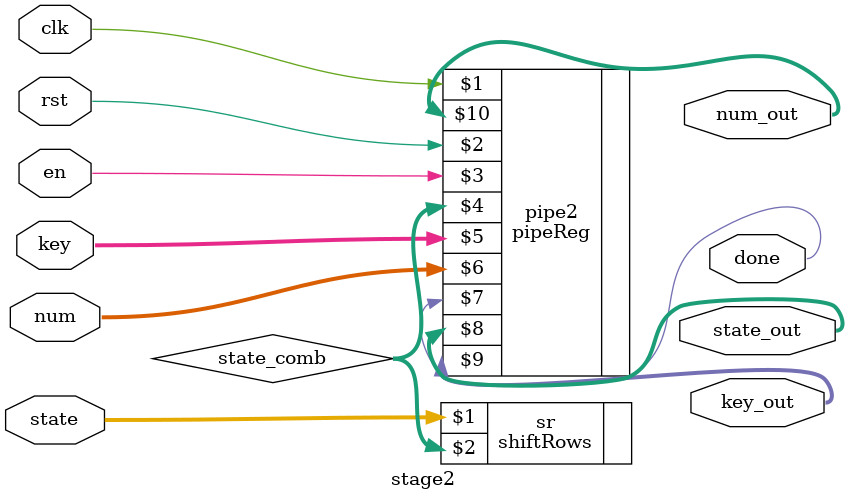
<source format=sv>
`timescale 1ps/1ps
module stage2 (
    input clk, rst, en,
    input [127:0] state, key,
    input [3:0] num,
    output done,
    output [127:0] state_out, key_out,
    output [3:0] num_out
);

    wire [127:0] state_comb;

    shiftRows sr (state, state_comb);
    pipeReg pipe2 (clk, rst, en, state_comb, key, num, done, state_out, key_out, num_out);

endmodule
</source>
